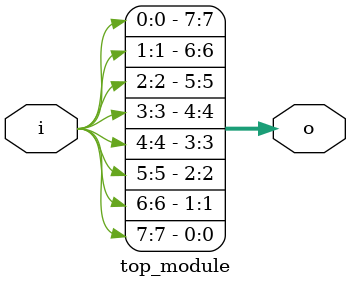
<source format=sv>
module top_module(
    input [7:0] i,
    output [7:0] o
  );

  assign o = { i[0], i[1], i[2], i[3], i[4], i[5], i[6], i[7] };

`ifdef COCOTB_SIM

  initial
  begin
    $dumpfile ("top_module.vcd");
    $dumpvars (0, top_module);
    #1;
  end
`endif
endmodule

</source>
